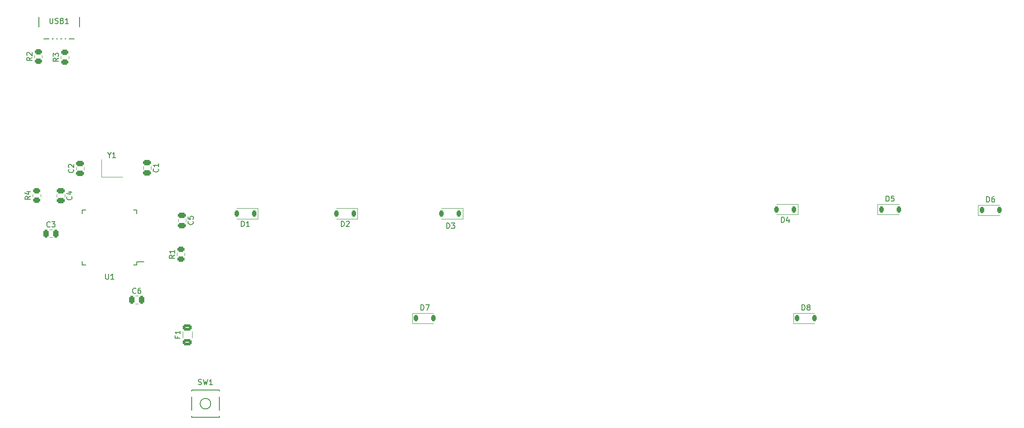
<source format=gto>
%TF.GenerationSoftware,KiCad,Pcbnew,7.0.2*%
%TF.CreationDate,2023-05-03T01:09:28+02:00*%
%TF.ProjectId,PCB GUIDANCE,50434220-4755-4494-9441-4e43452e6b69,rev?*%
%TF.SameCoordinates,Original*%
%TF.FileFunction,Legend,Top*%
%TF.FilePolarity,Positive*%
%FSLAX45Y45*%
G04 Gerber Fmt 4.5, Leading zero omitted, Abs format (unit mm)*
G04 Created by KiCad (PCBNEW 7.0.2) date 2023-05-03 01:09:28*
%MOMM*%
%LPD*%
G01*
G04 APERTURE LIST*
G04 Aperture macros list*
%AMRoundRect*
0 Rectangle with rounded corners*
0 $1 Rounding radius*
0 $2 $3 $4 $5 $6 $7 $8 $9 X,Y pos of 4 corners*
0 Add a 4 corners polygon primitive as box body*
4,1,4,$2,$3,$4,$5,$6,$7,$8,$9,$2,$3,0*
0 Add four circle primitives for the rounded corners*
1,1,$1+$1,$2,$3*
1,1,$1+$1,$4,$5*
1,1,$1+$1,$6,$7*
1,1,$1+$1,$8,$9*
0 Add four rect primitives between the rounded corners*
20,1,$1+$1,$2,$3,$4,$5,0*
20,1,$1+$1,$4,$5,$6,$7,0*
20,1,$1+$1,$6,$7,$8,$9,0*
20,1,$1+$1,$8,$9,$2,$3,0*%
G04 Aperture macros list end*
%ADD10C,0.150000*%
%ADD11C,0.120000*%
%ADD12RoundRect,0.225000X0.225000X0.375000X-0.225000X0.375000X-0.225000X-0.375000X0.225000X-0.375000X0*%
%ADD13R,1.800000X1.100000*%
%ADD14C,1.750000*%
%ADD15C,3.987800*%
%ADD16RoundRect,0.250000X0.450000X-0.262500X0.450000X0.262500X-0.450000X0.262500X-0.450000X-0.262500X0*%
%ADD17RoundRect,0.225000X-0.225000X-0.375000X0.225000X-0.375000X0.225000X0.375000X-0.225000X0.375000X0*%
%ADD18RoundRect,0.250000X0.625000X-0.375000X0.625000X0.375000X-0.625000X0.375000X-0.625000X-0.375000X0*%
%ADD19R,0.500000X2.250000*%
%ADD20O,1.700000X2.700000*%
%ADD21RoundRect,0.250000X-0.475000X0.250000X-0.475000X-0.250000X0.475000X-0.250000X0.475000X0.250000X0*%
%ADD22RoundRect,0.250000X-0.250000X-0.475000X0.250000X-0.475000X0.250000X0.475000X-0.250000X0.475000X0*%
%ADD23R,1.500000X0.550000*%
%ADD24R,0.550000X1.500000*%
%ADD25R,1.400000X1.200000*%
%ADD26RoundRect,0.250000X0.475000X-0.250000X0.475000X0.250000X-0.475000X0.250000X-0.475000X-0.250000X0*%
G04 APERTURE END LIST*
D10*
%TO.C,D1*%
X9324091Y-10599937D02*
X9324091Y-10499937D01*
X9324091Y-10499937D02*
X9347900Y-10499937D01*
X9347900Y-10499937D02*
X9362186Y-10504699D01*
X9362186Y-10504699D02*
X9371710Y-10514223D01*
X9371710Y-10514223D02*
X9376471Y-10523746D01*
X9376471Y-10523746D02*
X9381233Y-10542794D01*
X9381233Y-10542794D02*
X9381233Y-10557080D01*
X9381233Y-10557080D02*
X9376471Y-10576127D01*
X9376471Y-10576127D02*
X9371710Y-10585651D01*
X9371710Y-10585651D02*
X9362186Y-10595175D01*
X9362186Y-10595175D02*
X9347900Y-10599937D01*
X9347900Y-10599937D02*
X9324091Y-10599937D01*
X9476471Y-10599937D02*
X9419329Y-10599937D01*
X9447900Y-10599937D02*
X9447900Y-10499937D01*
X9447900Y-10499937D02*
X9438376Y-10514223D01*
X9438376Y-10514223D02*
X9428852Y-10523746D01*
X9428852Y-10523746D02*
X9419329Y-10528508D01*
%TO.C,SW1*%
X8509017Y-13592400D02*
X8523302Y-13597162D01*
X8523302Y-13597162D02*
X8547112Y-13597162D01*
X8547112Y-13597162D02*
X8556636Y-13592400D01*
X8556636Y-13592400D02*
X8561398Y-13587638D01*
X8561398Y-13587638D02*
X8566160Y-13578114D01*
X8566160Y-13578114D02*
X8566160Y-13568590D01*
X8566160Y-13568590D02*
X8561398Y-13559067D01*
X8561398Y-13559067D02*
X8556636Y-13554305D01*
X8556636Y-13554305D02*
X8547112Y-13549543D01*
X8547112Y-13549543D02*
X8528064Y-13544781D01*
X8528064Y-13544781D02*
X8518541Y-13540019D01*
X8518541Y-13540019D02*
X8513779Y-13535257D01*
X8513779Y-13535257D02*
X8509017Y-13525733D01*
X8509017Y-13525733D02*
X8509017Y-13516209D01*
X8509017Y-13516209D02*
X8513779Y-13506686D01*
X8513779Y-13506686D02*
X8518541Y-13501924D01*
X8518541Y-13501924D02*
X8528064Y-13497162D01*
X8528064Y-13497162D02*
X8551874Y-13497162D01*
X8551874Y-13497162D02*
X8566160Y-13501924D01*
X8599493Y-13497162D02*
X8623302Y-13597162D01*
X8623302Y-13597162D02*
X8642350Y-13525733D01*
X8642350Y-13525733D02*
X8661398Y-13597162D01*
X8661398Y-13597162D02*
X8685207Y-13497162D01*
X8775683Y-13597162D02*
X8718541Y-13597162D01*
X8747112Y-13597162D02*
X8747112Y-13497162D01*
X8747112Y-13497162D02*
X8737588Y-13511448D01*
X8737588Y-13511448D02*
X8728064Y-13520971D01*
X8728064Y-13520971D02*
X8718541Y-13525733D01*
%TO.C,R4*%
X5323212Y-10026617D02*
X5275593Y-10059950D01*
X5323212Y-10083759D02*
X5223212Y-10083759D01*
X5223212Y-10083759D02*
X5223212Y-10045664D01*
X5223212Y-10045664D02*
X5227974Y-10036140D01*
X5227974Y-10036140D02*
X5232736Y-10031379D01*
X5232736Y-10031379D02*
X5242260Y-10026617D01*
X5242260Y-10026617D02*
X5256545Y-10026617D01*
X5256545Y-10026617D02*
X5266069Y-10031379D01*
X5266069Y-10031379D02*
X5270831Y-10036140D01*
X5270831Y-10036140D02*
X5275593Y-10045664D01*
X5275593Y-10045664D02*
X5275593Y-10083759D01*
X5256545Y-9940902D02*
X5323212Y-9940902D01*
X5218450Y-9964712D02*
X5289879Y-9988521D01*
X5289879Y-9988521D02*
X5289879Y-9926617D01*
%TO.C,D5*%
X21541591Y-10120562D02*
X21541591Y-10020562D01*
X21541591Y-10020562D02*
X21565400Y-10020562D01*
X21565400Y-10020562D02*
X21579686Y-10025324D01*
X21579686Y-10025324D02*
X21589210Y-10034848D01*
X21589210Y-10034848D02*
X21593971Y-10044371D01*
X21593971Y-10044371D02*
X21598733Y-10063419D01*
X21598733Y-10063419D02*
X21598733Y-10077705D01*
X21598733Y-10077705D02*
X21593971Y-10096752D01*
X21593971Y-10096752D02*
X21589210Y-10106276D01*
X21589210Y-10106276D02*
X21579686Y-10115800D01*
X21579686Y-10115800D02*
X21565400Y-10120562D01*
X21565400Y-10120562D02*
X21541591Y-10120562D01*
X21689210Y-10020562D02*
X21641591Y-10020562D01*
X21641591Y-10020562D02*
X21636829Y-10068181D01*
X21636829Y-10068181D02*
X21641591Y-10063419D01*
X21641591Y-10063419D02*
X21651114Y-10058657D01*
X21651114Y-10058657D02*
X21674924Y-10058657D01*
X21674924Y-10058657D02*
X21684448Y-10063419D01*
X21684448Y-10063419D02*
X21689210Y-10068181D01*
X21689210Y-10068181D02*
X21693971Y-10077705D01*
X21693971Y-10077705D02*
X21693971Y-10101514D01*
X21693971Y-10101514D02*
X21689210Y-10111038D01*
X21689210Y-10111038D02*
X21684448Y-10115800D01*
X21684448Y-10115800D02*
X21674924Y-10120562D01*
X21674924Y-10120562D02*
X21651114Y-10120562D01*
X21651114Y-10120562D02*
X21641591Y-10115800D01*
X21641591Y-10115800D02*
X21636829Y-10111038D01*
%TO.C,F1*%
X8111331Y-12682533D02*
X8111331Y-12715867D01*
X8163712Y-12715867D02*
X8063712Y-12715867D01*
X8063712Y-12715867D02*
X8063712Y-12668248D01*
X8163712Y-12577771D02*
X8163712Y-12634914D01*
X8163712Y-12606343D02*
X8063712Y-12606343D01*
X8063712Y-12606343D02*
X8077998Y-12615867D01*
X8077998Y-12615867D02*
X8087521Y-12625390D01*
X8087521Y-12625390D02*
X8092283Y-12634914D01*
%TO.C,USB1*%
X5693590Y-6651862D02*
X5693590Y-6732814D01*
X5693590Y-6732814D02*
X5698352Y-6742338D01*
X5698352Y-6742338D02*
X5703114Y-6747100D01*
X5703114Y-6747100D02*
X5712638Y-6751862D01*
X5712638Y-6751862D02*
X5731686Y-6751862D01*
X5731686Y-6751862D02*
X5741209Y-6747100D01*
X5741209Y-6747100D02*
X5745971Y-6742338D01*
X5745971Y-6742338D02*
X5750733Y-6732814D01*
X5750733Y-6732814D02*
X5750733Y-6651862D01*
X5793590Y-6747100D02*
X5807876Y-6751862D01*
X5807876Y-6751862D02*
X5831686Y-6751862D01*
X5831686Y-6751862D02*
X5841209Y-6747100D01*
X5841209Y-6747100D02*
X5845971Y-6742338D01*
X5845971Y-6742338D02*
X5850733Y-6732814D01*
X5850733Y-6732814D02*
X5850733Y-6723290D01*
X5850733Y-6723290D02*
X5845971Y-6713767D01*
X5845971Y-6713767D02*
X5841209Y-6709005D01*
X5841209Y-6709005D02*
X5831686Y-6704243D01*
X5831686Y-6704243D02*
X5812638Y-6699481D01*
X5812638Y-6699481D02*
X5803114Y-6694719D01*
X5803114Y-6694719D02*
X5798352Y-6689957D01*
X5798352Y-6689957D02*
X5793590Y-6680433D01*
X5793590Y-6680433D02*
X5793590Y-6670909D01*
X5793590Y-6670909D02*
X5798352Y-6661386D01*
X5798352Y-6661386D02*
X5803114Y-6656624D01*
X5803114Y-6656624D02*
X5812638Y-6651862D01*
X5812638Y-6651862D02*
X5836448Y-6651862D01*
X5836448Y-6651862D02*
X5850733Y-6656624D01*
X5926924Y-6699481D02*
X5941209Y-6704243D01*
X5941209Y-6704243D02*
X5945971Y-6709005D01*
X5945971Y-6709005D02*
X5950733Y-6718528D01*
X5950733Y-6718528D02*
X5950733Y-6732814D01*
X5950733Y-6732814D02*
X5945971Y-6742338D01*
X5945971Y-6742338D02*
X5941209Y-6747100D01*
X5941209Y-6747100D02*
X5931686Y-6751862D01*
X5931686Y-6751862D02*
X5893590Y-6751862D01*
X5893590Y-6751862D02*
X5893590Y-6651862D01*
X5893590Y-6651862D02*
X5926924Y-6651862D01*
X5926924Y-6651862D02*
X5936448Y-6656624D01*
X5936448Y-6656624D02*
X5941209Y-6661386D01*
X5941209Y-6661386D02*
X5945971Y-6670909D01*
X5945971Y-6670909D02*
X5945971Y-6680433D01*
X5945971Y-6680433D02*
X5941209Y-6689957D01*
X5941209Y-6689957D02*
X5936448Y-6694719D01*
X5936448Y-6694719D02*
X5926924Y-6699481D01*
X5926924Y-6699481D02*
X5893590Y-6699481D01*
X6045971Y-6751862D02*
X5988829Y-6751862D01*
X6017400Y-6751862D02*
X6017400Y-6651862D01*
X6017400Y-6651862D02*
X6007876Y-6666148D01*
X6007876Y-6666148D02*
X5998352Y-6675671D01*
X5998352Y-6675671D02*
X5988829Y-6680433D01*
%TO.C,C5*%
X8402588Y-10500267D02*
X8407350Y-10505029D01*
X8407350Y-10505029D02*
X8412112Y-10519314D01*
X8412112Y-10519314D02*
X8412112Y-10528838D01*
X8412112Y-10528838D02*
X8407350Y-10543124D01*
X8407350Y-10543124D02*
X8397826Y-10552648D01*
X8397826Y-10552648D02*
X8388302Y-10557409D01*
X8388302Y-10557409D02*
X8369255Y-10562171D01*
X8369255Y-10562171D02*
X8354969Y-10562171D01*
X8354969Y-10562171D02*
X8335921Y-10557409D01*
X8335921Y-10557409D02*
X8326398Y-10552648D01*
X8326398Y-10552648D02*
X8316874Y-10543124D01*
X8316874Y-10543124D02*
X8312112Y-10528838D01*
X8312112Y-10528838D02*
X8312112Y-10519314D01*
X8312112Y-10519314D02*
X8316874Y-10505029D01*
X8316874Y-10505029D02*
X8321636Y-10500267D01*
X8312112Y-10409790D02*
X8312112Y-10457409D01*
X8312112Y-10457409D02*
X8359731Y-10462171D01*
X8359731Y-10462171D02*
X8354969Y-10457409D01*
X8354969Y-10457409D02*
X8350207Y-10447886D01*
X8350207Y-10447886D02*
X8350207Y-10424076D01*
X8350207Y-10424076D02*
X8354969Y-10414552D01*
X8354969Y-10414552D02*
X8359731Y-10409790D01*
X8359731Y-10409790D02*
X8369255Y-10405029D01*
X8369255Y-10405029D02*
X8393064Y-10405029D01*
X8393064Y-10405029D02*
X8402588Y-10409790D01*
X8402588Y-10409790D02*
X8407350Y-10414552D01*
X8407350Y-10414552D02*
X8412112Y-10424076D01*
X8412112Y-10424076D02*
X8412112Y-10447886D01*
X8412112Y-10447886D02*
X8407350Y-10457409D01*
X8407350Y-10457409D02*
X8402588Y-10462171D01*
%TO.C,R2*%
X5354962Y-7395367D02*
X5307343Y-7428700D01*
X5354962Y-7452509D02*
X5254962Y-7452509D01*
X5254962Y-7452509D02*
X5254962Y-7414414D01*
X5254962Y-7414414D02*
X5259724Y-7404890D01*
X5259724Y-7404890D02*
X5264486Y-7400128D01*
X5264486Y-7400128D02*
X5274010Y-7395367D01*
X5274010Y-7395367D02*
X5288295Y-7395367D01*
X5288295Y-7395367D02*
X5297819Y-7400128D01*
X5297819Y-7400128D02*
X5302581Y-7404890D01*
X5302581Y-7404890D02*
X5307343Y-7414414D01*
X5307343Y-7414414D02*
X5307343Y-7452509D01*
X5264486Y-7357271D02*
X5259724Y-7352509D01*
X5259724Y-7352509D02*
X5254962Y-7342986D01*
X5254962Y-7342986D02*
X5254962Y-7319176D01*
X5254962Y-7319176D02*
X5259724Y-7309652D01*
X5259724Y-7309652D02*
X5264486Y-7304890D01*
X5264486Y-7304890D02*
X5274010Y-7300128D01*
X5274010Y-7300128D02*
X5283533Y-7300128D01*
X5283533Y-7300128D02*
X5297819Y-7304890D01*
X5297819Y-7304890D02*
X5354962Y-7362033D01*
X5354962Y-7362033D02*
X5354962Y-7300128D01*
%TO.C,C3*%
X5698583Y-10600238D02*
X5693821Y-10605000D01*
X5693821Y-10605000D02*
X5679536Y-10609762D01*
X5679536Y-10609762D02*
X5670012Y-10609762D01*
X5670012Y-10609762D02*
X5655726Y-10605000D01*
X5655726Y-10605000D02*
X5646202Y-10595476D01*
X5646202Y-10595476D02*
X5641440Y-10585952D01*
X5641440Y-10585952D02*
X5636679Y-10566905D01*
X5636679Y-10566905D02*
X5636679Y-10552619D01*
X5636679Y-10552619D02*
X5641440Y-10533571D01*
X5641440Y-10533571D02*
X5646202Y-10524048D01*
X5646202Y-10524048D02*
X5655726Y-10514524D01*
X5655726Y-10514524D02*
X5670012Y-10509762D01*
X5670012Y-10509762D02*
X5679536Y-10509762D01*
X5679536Y-10509762D02*
X5693821Y-10514524D01*
X5693821Y-10514524D02*
X5698583Y-10519286D01*
X5731917Y-10509762D02*
X5793821Y-10509762D01*
X5793821Y-10509762D02*
X5760488Y-10547857D01*
X5760488Y-10547857D02*
X5774774Y-10547857D01*
X5774774Y-10547857D02*
X5784298Y-10552619D01*
X5784298Y-10552619D02*
X5789059Y-10557381D01*
X5789059Y-10557381D02*
X5793821Y-10566905D01*
X5793821Y-10566905D02*
X5793821Y-10590714D01*
X5793821Y-10590714D02*
X5789059Y-10600238D01*
X5789059Y-10600238D02*
X5784298Y-10605000D01*
X5784298Y-10605000D02*
X5774774Y-10609762D01*
X5774774Y-10609762D02*
X5746202Y-10609762D01*
X5746202Y-10609762D02*
X5736679Y-10605000D01*
X5736679Y-10605000D02*
X5731917Y-10600238D01*
%TO.C,D4*%
X19557216Y-10520562D02*
X19557216Y-10420562D01*
X19557216Y-10420562D02*
X19581025Y-10420562D01*
X19581025Y-10420562D02*
X19595311Y-10425324D01*
X19595311Y-10425324D02*
X19604835Y-10434848D01*
X19604835Y-10434848D02*
X19609596Y-10444371D01*
X19609596Y-10444371D02*
X19614358Y-10463419D01*
X19614358Y-10463419D02*
X19614358Y-10477705D01*
X19614358Y-10477705D02*
X19609596Y-10496752D01*
X19609596Y-10496752D02*
X19604835Y-10506276D01*
X19604835Y-10506276D02*
X19595311Y-10515800D01*
X19595311Y-10515800D02*
X19581025Y-10520562D01*
X19581025Y-10520562D02*
X19557216Y-10520562D01*
X19700073Y-10453895D02*
X19700073Y-10520562D01*
X19676263Y-10415800D02*
X19652454Y-10487229D01*
X19652454Y-10487229D02*
X19714358Y-10487229D01*
%TO.C,U1*%
X6750059Y-11498962D02*
X6750059Y-11579914D01*
X6750059Y-11579914D02*
X6754821Y-11589438D01*
X6754821Y-11589438D02*
X6759583Y-11594200D01*
X6759583Y-11594200D02*
X6769107Y-11598962D01*
X6769107Y-11598962D02*
X6788155Y-11598962D01*
X6788155Y-11598962D02*
X6797678Y-11594200D01*
X6797678Y-11594200D02*
X6802440Y-11589438D01*
X6802440Y-11589438D02*
X6807202Y-11579914D01*
X6807202Y-11579914D02*
X6807202Y-11498962D01*
X6907202Y-11598962D02*
X6850059Y-11598962D01*
X6878631Y-11598962D02*
X6878631Y-11498962D01*
X6878631Y-11498962D02*
X6869107Y-11513248D01*
X6869107Y-11513248D02*
X6859583Y-11522771D01*
X6859583Y-11522771D02*
X6850059Y-11527533D01*
%TO.C,Y1*%
X6821031Y-9244443D02*
X6821031Y-9292062D01*
X6787698Y-9192062D02*
X6821031Y-9244443D01*
X6821031Y-9244443D02*
X6854364Y-9192062D01*
X6940078Y-9292062D02*
X6882936Y-9292062D01*
X6911507Y-9292062D02*
X6911507Y-9192062D01*
X6911507Y-9192062D02*
X6901983Y-9206348D01*
X6901983Y-9206348D02*
X6892459Y-9215871D01*
X6892459Y-9215871D02*
X6882936Y-9220633D01*
%TO.C,D2*%
X11216590Y-10599937D02*
X11216590Y-10499937D01*
X11216590Y-10499937D02*
X11240400Y-10499937D01*
X11240400Y-10499937D02*
X11254686Y-10504699D01*
X11254686Y-10504699D02*
X11264209Y-10514223D01*
X11264209Y-10514223D02*
X11268971Y-10523746D01*
X11268971Y-10523746D02*
X11273733Y-10542794D01*
X11273733Y-10542794D02*
X11273733Y-10557080D01*
X11273733Y-10557080D02*
X11268971Y-10576127D01*
X11268971Y-10576127D02*
X11264209Y-10585651D01*
X11264209Y-10585651D02*
X11254686Y-10595175D01*
X11254686Y-10595175D02*
X11240400Y-10599937D01*
X11240400Y-10599937D02*
X11216590Y-10599937D01*
X11311829Y-10509461D02*
X11316590Y-10504699D01*
X11316590Y-10504699D02*
X11326114Y-10499937D01*
X11326114Y-10499937D02*
X11349924Y-10499937D01*
X11349924Y-10499937D02*
X11359448Y-10504699D01*
X11359448Y-10504699D02*
X11364209Y-10509461D01*
X11364209Y-10509461D02*
X11368971Y-10518985D01*
X11368971Y-10518985D02*
X11368971Y-10528508D01*
X11368971Y-10528508D02*
X11364209Y-10542794D01*
X11364209Y-10542794D02*
X11307067Y-10599937D01*
X11307067Y-10599937D02*
X11368971Y-10599937D01*
%TO.C,R3*%
X5856737Y-7409742D02*
X5809118Y-7443075D01*
X5856737Y-7466884D02*
X5756737Y-7466884D01*
X5756737Y-7466884D02*
X5756737Y-7428789D01*
X5756737Y-7428789D02*
X5761499Y-7419265D01*
X5761499Y-7419265D02*
X5766261Y-7414503D01*
X5766261Y-7414503D02*
X5775784Y-7409742D01*
X5775784Y-7409742D02*
X5790070Y-7409742D01*
X5790070Y-7409742D02*
X5799594Y-7414503D01*
X5799594Y-7414503D02*
X5804356Y-7419265D01*
X5804356Y-7419265D02*
X5809118Y-7428789D01*
X5809118Y-7428789D02*
X5809118Y-7466884D01*
X5756737Y-7376408D02*
X5756737Y-7314503D01*
X5756737Y-7314503D02*
X5794832Y-7347837D01*
X5794832Y-7347837D02*
X5794832Y-7333551D01*
X5794832Y-7333551D02*
X5799594Y-7324027D01*
X5799594Y-7324027D02*
X5804356Y-7319265D01*
X5804356Y-7319265D02*
X5813880Y-7314503D01*
X5813880Y-7314503D02*
X5837689Y-7314503D01*
X5837689Y-7314503D02*
X5847213Y-7319265D01*
X5847213Y-7319265D02*
X5851975Y-7324027D01*
X5851975Y-7324027D02*
X5856737Y-7333551D01*
X5856737Y-7333551D02*
X5856737Y-7362122D01*
X5856737Y-7362122D02*
X5851975Y-7371646D01*
X5851975Y-7371646D02*
X5847213Y-7376408D01*
%TO.C,C6*%
X7324183Y-11857538D02*
X7319421Y-11862300D01*
X7319421Y-11862300D02*
X7305136Y-11867062D01*
X7305136Y-11867062D02*
X7295612Y-11867062D01*
X7295612Y-11867062D02*
X7281326Y-11862300D01*
X7281326Y-11862300D02*
X7271802Y-11852776D01*
X7271802Y-11852776D02*
X7267040Y-11843252D01*
X7267040Y-11843252D02*
X7262279Y-11824205D01*
X7262279Y-11824205D02*
X7262279Y-11809919D01*
X7262279Y-11809919D02*
X7267040Y-11790871D01*
X7267040Y-11790871D02*
X7271802Y-11781348D01*
X7271802Y-11781348D02*
X7281326Y-11771824D01*
X7281326Y-11771824D02*
X7295612Y-11767062D01*
X7295612Y-11767062D02*
X7305136Y-11767062D01*
X7305136Y-11767062D02*
X7319421Y-11771824D01*
X7319421Y-11771824D02*
X7324183Y-11776586D01*
X7409898Y-11767062D02*
X7390850Y-11767062D01*
X7390850Y-11767062D02*
X7381326Y-11771824D01*
X7381326Y-11771824D02*
X7376564Y-11776586D01*
X7376564Y-11776586D02*
X7367040Y-11790871D01*
X7367040Y-11790871D02*
X7362279Y-11809919D01*
X7362279Y-11809919D02*
X7362279Y-11848014D01*
X7362279Y-11848014D02*
X7367040Y-11857538D01*
X7367040Y-11857538D02*
X7371802Y-11862300D01*
X7371802Y-11862300D02*
X7381326Y-11867062D01*
X7381326Y-11867062D02*
X7400374Y-11867062D01*
X7400374Y-11867062D02*
X7409898Y-11862300D01*
X7409898Y-11862300D02*
X7414659Y-11857538D01*
X7414659Y-11857538D02*
X7419421Y-11848014D01*
X7419421Y-11848014D02*
X7419421Y-11824205D01*
X7419421Y-11824205D02*
X7414659Y-11814681D01*
X7414659Y-11814681D02*
X7409898Y-11809919D01*
X7409898Y-11809919D02*
X7400374Y-11805157D01*
X7400374Y-11805157D02*
X7381326Y-11805157D01*
X7381326Y-11805157D02*
X7371802Y-11809919D01*
X7371802Y-11809919D02*
X7367040Y-11814681D01*
X7367040Y-11814681D02*
X7362279Y-11824205D01*
%TO.C,D7*%
X12724715Y-12184312D02*
X12724715Y-12084312D01*
X12724715Y-12084312D02*
X12748525Y-12084312D01*
X12748525Y-12084312D02*
X12762811Y-12089074D01*
X12762811Y-12089074D02*
X12772334Y-12098598D01*
X12772334Y-12098598D02*
X12777096Y-12108121D01*
X12777096Y-12108121D02*
X12781858Y-12127169D01*
X12781858Y-12127169D02*
X12781858Y-12141455D01*
X12781858Y-12141455D02*
X12777096Y-12160502D01*
X12777096Y-12160502D02*
X12772334Y-12170026D01*
X12772334Y-12170026D02*
X12762811Y-12179550D01*
X12762811Y-12179550D02*
X12748525Y-12184312D01*
X12748525Y-12184312D02*
X12724715Y-12184312D01*
X12815192Y-12084312D02*
X12881858Y-12084312D01*
X12881858Y-12084312D02*
X12839001Y-12184312D01*
%TO.C,D3*%
X13213565Y-10634887D02*
X13213565Y-10534887D01*
X13213565Y-10534887D02*
X13237375Y-10534887D01*
X13237375Y-10534887D02*
X13251661Y-10539649D01*
X13251661Y-10539649D02*
X13261184Y-10549173D01*
X13261184Y-10549173D02*
X13265946Y-10558696D01*
X13265946Y-10558696D02*
X13270708Y-10577744D01*
X13270708Y-10577744D02*
X13270708Y-10592030D01*
X13270708Y-10592030D02*
X13265946Y-10611077D01*
X13265946Y-10611077D02*
X13261184Y-10620601D01*
X13261184Y-10620601D02*
X13251661Y-10630125D01*
X13251661Y-10630125D02*
X13237375Y-10634887D01*
X13237375Y-10634887D02*
X13213565Y-10634887D01*
X13304042Y-10534887D02*
X13365946Y-10534887D01*
X13365946Y-10534887D02*
X13332613Y-10572982D01*
X13332613Y-10572982D02*
X13346899Y-10572982D01*
X13346899Y-10572982D02*
X13356423Y-10577744D01*
X13356423Y-10577744D02*
X13361184Y-10582506D01*
X13361184Y-10582506D02*
X13365946Y-10592030D01*
X13365946Y-10592030D02*
X13365946Y-10615839D01*
X13365946Y-10615839D02*
X13361184Y-10625363D01*
X13361184Y-10625363D02*
X13356423Y-10630125D01*
X13356423Y-10630125D02*
X13346899Y-10634887D01*
X13346899Y-10634887D02*
X13318327Y-10634887D01*
X13318327Y-10634887D02*
X13308804Y-10630125D01*
X13308804Y-10630125D02*
X13304042Y-10625363D01*
%TO.C,D8*%
X19947841Y-12184312D02*
X19947841Y-12084312D01*
X19947841Y-12084312D02*
X19971650Y-12084312D01*
X19971650Y-12084312D02*
X19985936Y-12089074D01*
X19985936Y-12089074D02*
X19995460Y-12098598D01*
X19995460Y-12098598D02*
X20000221Y-12108121D01*
X20000221Y-12108121D02*
X20004983Y-12127169D01*
X20004983Y-12127169D02*
X20004983Y-12141455D01*
X20004983Y-12141455D02*
X20000221Y-12160502D01*
X20000221Y-12160502D02*
X19995460Y-12170026D01*
X19995460Y-12170026D02*
X19985936Y-12179550D01*
X19985936Y-12179550D02*
X19971650Y-12184312D01*
X19971650Y-12184312D02*
X19947841Y-12184312D01*
X20062126Y-12127169D02*
X20052602Y-12122407D01*
X20052602Y-12122407D02*
X20047841Y-12117645D01*
X20047841Y-12117645D02*
X20043079Y-12108121D01*
X20043079Y-12108121D02*
X20043079Y-12103359D01*
X20043079Y-12103359D02*
X20047841Y-12093836D01*
X20047841Y-12093836D02*
X20052602Y-12089074D01*
X20052602Y-12089074D02*
X20062126Y-12084312D01*
X20062126Y-12084312D02*
X20081174Y-12084312D01*
X20081174Y-12084312D02*
X20090698Y-12089074D01*
X20090698Y-12089074D02*
X20095460Y-12093836D01*
X20095460Y-12093836D02*
X20100221Y-12103359D01*
X20100221Y-12103359D02*
X20100221Y-12108121D01*
X20100221Y-12108121D02*
X20095460Y-12117645D01*
X20095460Y-12117645D02*
X20090698Y-12122407D01*
X20090698Y-12122407D02*
X20081174Y-12127169D01*
X20081174Y-12127169D02*
X20062126Y-12127169D01*
X20062126Y-12127169D02*
X20052602Y-12131931D01*
X20052602Y-12131931D02*
X20047841Y-12136693D01*
X20047841Y-12136693D02*
X20043079Y-12146217D01*
X20043079Y-12146217D02*
X20043079Y-12165264D01*
X20043079Y-12165264D02*
X20047841Y-12174788D01*
X20047841Y-12174788D02*
X20052602Y-12179550D01*
X20052602Y-12179550D02*
X20062126Y-12184312D01*
X20062126Y-12184312D02*
X20081174Y-12184312D01*
X20081174Y-12184312D02*
X20090698Y-12179550D01*
X20090698Y-12179550D02*
X20095460Y-12174788D01*
X20095460Y-12174788D02*
X20100221Y-12165264D01*
X20100221Y-12165264D02*
X20100221Y-12146217D01*
X20100221Y-12146217D02*
X20095460Y-12136693D01*
X20095460Y-12136693D02*
X20090698Y-12131931D01*
X20090698Y-12131931D02*
X20081174Y-12127169D01*
%TO.C,C2*%
X6136188Y-9516267D02*
X6140950Y-9521029D01*
X6140950Y-9521029D02*
X6145712Y-9535314D01*
X6145712Y-9535314D02*
X6145712Y-9544838D01*
X6145712Y-9544838D02*
X6140950Y-9559124D01*
X6140950Y-9559124D02*
X6131426Y-9568648D01*
X6131426Y-9568648D02*
X6121902Y-9573409D01*
X6121902Y-9573409D02*
X6102855Y-9578171D01*
X6102855Y-9578171D02*
X6088569Y-9578171D01*
X6088569Y-9578171D02*
X6069521Y-9573409D01*
X6069521Y-9573409D02*
X6059998Y-9568648D01*
X6059998Y-9568648D02*
X6050474Y-9559124D01*
X6050474Y-9559124D02*
X6045712Y-9544838D01*
X6045712Y-9544838D02*
X6045712Y-9535314D01*
X6045712Y-9535314D02*
X6050474Y-9521029D01*
X6050474Y-9521029D02*
X6055236Y-9516267D01*
X6055236Y-9478171D02*
X6050474Y-9473409D01*
X6050474Y-9473409D02*
X6045712Y-9463886D01*
X6045712Y-9463886D02*
X6045712Y-9440076D01*
X6045712Y-9440076D02*
X6050474Y-9430552D01*
X6050474Y-9430552D02*
X6055236Y-9425790D01*
X6055236Y-9425790D02*
X6064759Y-9421029D01*
X6064759Y-9421029D02*
X6074283Y-9421029D01*
X6074283Y-9421029D02*
X6088569Y-9425790D01*
X6088569Y-9425790D02*
X6145712Y-9482933D01*
X6145712Y-9482933D02*
X6145712Y-9421029D01*
%TO.C,C1*%
X7742188Y-9503567D02*
X7746950Y-9508329D01*
X7746950Y-9508329D02*
X7751712Y-9522614D01*
X7751712Y-9522614D02*
X7751712Y-9532138D01*
X7751712Y-9532138D02*
X7746950Y-9546424D01*
X7746950Y-9546424D02*
X7737426Y-9555948D01*
X7737426Y-9555948D02*
X7727902Y-9560709D01*
X7727902Y-9560709D02*
X7708855Y-9565471D01*
X7708855Y-9565471D02*
X7694569Y-9565471D01*
X7694569Y-9565471D02*
X7675521Y-9560709D01*
X7675521Y-9560709D02*
X7665998Y-9555948D01*
X7665998Y-9555948D02*
X7656474Y-9546424D01*
X7656474Y-9546424D02*
X7651712Y-9532138D01*
X7651712Y-9532138D02*
X7651712Y-9522614D01*
X7651712Y-9522614D02*
X7656474Y-9508329D01*
X7656474Y-9508329D02*
X7661236Y-9503567D01*
X7751712Y-9408329D02*
X7751712Y-9465471D01*
X7751712Y-9436900D02*
X7651712Y-9436900D01*
X7651712Y-9436900D02*
X7665998Y-9446424D01*
X7665998Y-9446424D02*
X7675521Y-9455948D01*
X7675521Y-9455948D02*
X7680283Y-9465471D01*
%TO.C,R1*%
X8056887Y-11141867D02*
X8009268Y-11175200D01*
X8056887Y-11199009D02*
X7956887Y-11199009D01*
X7956887Y-11199009D02*
X7956887Y-11160914D01*
X7956887Y-11160914D02*
X7961649Y-11151390D01*
X7961649Y-11151390D02*
X7966411Y-11146629D01*
X7966411Y-11146629D02*
X7975934Y-11141867D01*
X7975934Y-11141867D02*
X7990220Y-11141867D01*
X7990220Y-11141867D02*
X7999744Y-11146629D01*
X7999744Y-11146629D02*
X8004506Y-11151390D01*
X8004506Y-11151390D02*
X8009268Y-11160914D01*
X8009268Y-11160914D02*
X8009268Y-11199009D01*
X8056887Y-11046629D02*
X8056887Y-11103771D01*
X8056887Y-11075200D02*
X7956887Y-11075200D01*
X7956887Y-11075200D02*
X7971173Y-11084724D01*
X7971173Y-11084724D02*
X7980696Y-11094248D01*
X7980696Y-11094248D02*
X7985458Y-11103771D01*
%TO.C,D6*%
X23446590Y-10135387D02*
X23446590Y-10035387D01*
X23446590Y-10035387D02*
X23470400Y-10035387D01*
X23470400Y-10035387D02*
X23484686Y-10040149D01*
X23484686Y-10040149D02*
X23494209Y-10049673D01*
X23494209Y-10049673D02*
X23498971Y-10059196D01*
X23498971Y-10059196D02*
X23503733Y-10078244D01*
X23503733Y-10078244D02*
X23503733Y-10092530D01*
X23503733Y-10092530D02*
X23498971Y-10111577D01*
X23498971Y-10111577D02*
X23494209Y-10121101D01*
X23494209Y-10121101D02*
X23484686Y-10130625D01*
X23484686Y-10130625D02*
X23470400Y-10135387D01*
X23470400Y-10135387D02*
X23446590Y-10135387D01*
X23589448Y-10035387D02*
X23570400Y-10035387D01*
X23570400Y-10035387D02*
X23560876Y-10040149D01*
X23560876Y-10040149D02*
X23556114Y-10044911D01*
X23556114Y-10044911D02*
X23546590Y-10059196D01*
X23546590Y-10059196D02*
X23541829Y-10078244D01*
X23541829Y-10078244D02*
X23541829Y-10116339D01*
X23541829Y-10116339D02*
X23546590Y-10125863D01*
X23546590Y-10125863D02*
X23551352Y-10130625D01*
X23551352Y-10130625D02*
X23560876Y-10135387D01*
X23560876Y-10135387D02*
X23579924Y-10135387D01*
X23579924Y-10135387D02*
X23589448Y-10130625D01*
X23589448Y-10130625D02*
X23594209Y-10125863D01*
X23594209Y-10125863D02*
X23598971Y-10116339D01*
X23598971Y-10116339D02*
X23598971Y-10092530D01*
X23598971Y-10092530D02*
X23594209Y-10083006D01*
X23594209Y-10083006D02*
X23589448Y-10078244D01*
X23589448Y-10078244D02*
X23579924Y-10073482D01*
X23579924Y-10073482D02*
X23560876Y-10073482D01*
X23560876Y-10073482D02*
X23551352Y-10078244D01*
X23551352Y-10078244D02*
X23546590Y-10083006D01*
X23546590Y-10083006D02*
X23541829Y-10092530D01*
%TO.C,C4*%
X6103888Y-10030867D02*
X6108650Y-10035629D01*
X6108650Y-10035629D02*
X6113412Y-10049914D01*
X6113412Y-10049914D02*
X6113412Y-10059438D01*
X6113412Y-10059438D02*
X6108650Y-10073724D01*
X6108650Y-10073724D02*
X6099126Y-10083248D01*
X6099126Y-10083248D02*
X6089602Y-10088009D01*
X6089602Y-10088009D02*
X6070555Y-10092771D01*
X6070555Y-10092771D02*
X6056269Y-10092771D01*
X6056269Y-10092771D02*
X6037221Y-10088009D01*
X6037221Y-10088009D02*
X6027698Y-10083248D01*
X6027698Y-10083248D02*
X6018174Y-10073724D01*
X6018174Y-10073724D02*
X6013412Y-10059438D01*
X6013412Y-10059438D02*
X6013412Y-10049914D01*
X6013412Y-10049914D02*
X6018174Y-10035629D01*
X6018174Y-10035629D02*
X6022936Y-10030867D01*
X6046745Y-9945152D02*
X6113412Y-9945152D01*
X6008650Y-9968962D02*
X6080078Y-9992771D01*
X6080078Y-9992771D02*
X6080078Y-9930867D01*
D11*
%TO.C,D1*%
X9633900Y-10453675D02*
X9633900Y-10253675D01*
X9633900Y-10453675D02*
X9232900Y-10453675D01*
X9633900Y-10253675D02*
X9232900Y-10253675D01*
D10*
%TO.C,SW1*%
X8902350Y-14217300D02*
X8382350Y-14217300D01*
X8902350Y-13697300D02*
X8902350Y-14217300D01*
X8382350Y-14217300D02*
X8382350Y-13697300D01*
X8382350Y-13697300D02*
X8902350Y-13697300D01*
X8742350Y-13957300D02*
G75*
G03*
X8742350Y-13957300I-100000J0D01*
G01*
D11*
%TO.C,R4*%
X5368450Y-10032656D02*
X5368450Y-9987244D01*
X5515450Y-10032656D02*
X5515450Y-9987244D01*
%TO.C,D5*%
X21379400Y-10174300D02*
X21379400Y-10374300D01*
X21379400Y-10174300D02*
X21780400Y-10174300D01*
X21379400Y-10374300D02*
X21780400Y-10374300D01*
%TO.C,F1*%
X8208450Y-12709406D02*
X8208450Y-12588994D01*
X8390450Y-12709406D02*
X8390450Y-12588994D01*
D10*
%TO.C,USB1*%
X6252400Y-6502400D02*
X6252400Y-7047400D01*
X5482400Y-6502400D02*
X5482400Y-7047400D01*
X6252400Y-7047400D02*
X5482400Y-7047400D01*
D11*
%TO.C,C5*%
X8271350Y-10457475D02*
X8271350Y-10509725D01*
X8124350Y-10457475D02*
X8124350Y-10509725D01*
%TO.C,R2*%
X5400200Y-7401406D02*
X5400200Y-7355994D01*
X5547200Y-7401406D02*
X5547200Y-7355994D01*
%TO.C,C3*%
X5689125Y-10658000D02*
X5741375Y-10658000D01*
X5689125Y-10805000D02*
X5741375Y-10805000D01*
%TO.C,D4*%
X19867025Y-10374300D02*
X19867025Y-10174300D01*
X19867025Y-10374300D02*
X19466025Y-10374300D01*
X19867025Y-10174300D02*
X19466025Y-10174300D01*
D10*
%TO.C,U1*%
X7343750Y-11325200D02*
X7343750Y-11267700D01*
X7343750Y-11325200D02*
X7276250Y-11325200D01*
X7343750Y-11267700D02*
X7471250Y-11267700D01*
X7343750Y-10290200D02*
X7343750Y-10357700D01*
X7343750Y-10290200D02*
X7276250Y-10290200D01*
X6308750Y-11325200D02*
X6376250Y-11325200D01*
X6308750Y-11325200D02*
X6308750Y-11257700D01*
X6308750Y-10290200D02*
X6376250Y-10290200D01*
X6308750Y-10290200D02*
X6308750Y-10357700D01*
D11*
%TO.C,Y1*%
X6668650Y-9325800D02*
X6668650Y-9655800D01*
X6668650Y-9655800D02*
X7068650Y-9655800D01*
%TO.C,D2*%
X11526400Y-10453675D02*
X11526400Y-10253675D01*
X11526400Y-10453675D02*
X11125400Y-10453675D01*
X11526400Y-10253675D02*
X11125400Y-10253675D01*
%TO.C,R3*%
X5901975Y-7415781D02*
X5901975Y-7370369D01*
X6048975Y-7415781D02*
X6048975Y-7370369D01*
%TO.C,C6*%
X7314725Y-11915300D02*
X7366975Y-11915300D01*
X7314725Y-12062300D02*
X7366975Y-12062300D01*
%TO.C,D7*%
X12562525Y-12238050D02*
X12562525Y-12438050D01*
X12562525Y-12238050D02*
X12963525Y-12238050D01*
X12562525Y-12438050D02*
X12963525Y-12438050D01*
%TO.C,D3*%
X13517025Y-10453675D02*
X13517025Y-10253675D01*
X13517025Y-10453675D02*
X13116025Y-10453675D01*
X13517025Y-10253675D02*
X13116025Y-10253675D01*
%TO.C,D8*%
X19785650Y-12238050D02*
X19785650Y-12438050D01*
X19785650Y-12238050D02*
X20186650Y-12238050D01*
X19785650Y-12438050D02*
X20186650Y-12438050D01*
%TO.C,C2*%
X6193950Y-9525725D02*
X6193950Y-9473475D01*
X6340950Y-9525725D02*
X6340950Y-9473475D01*
%TO.C,C1*%
X7610950Y-9460775D02*
X7610950Y-9513025D01*
X7463950Y-9460775D02*
X7463950Y-9513025D01*
%TO.C,R1*%
X8102125Y-11147906D02*
X8102125Y-11102494D01*
X8249125Y-11147906D02*
X8249125Y-11102494D01*
%TO.C,D6*%
X23284400Y-10189125D02*
X23284400Y-10389125D01*
X23284400Y-10189125D02*
X23685400Y-10189125D01*
X23284400Y-10389125D02*
X23685400Y-10389125D01*
%TO.C,C4*%
X5972650Y-9988075D02*
X5972650Y-10040325D01*
X5825650Y-9988075D02*
X5825650Y-10040325D01*
%TD*%
%LPC*%
D12*
%TO.C,D1*%
X9562900Y-10353675D03*
X9232900Y-10353675D03*
%TD*%
D13*
%TO.C,SW1*%
X8332350Y-13772300D03*
X8952350Y-14142300D03*
X8332350Y-14142300D03*
X8952350Y-13772300D03*
%TD*%
D14*
%TO.C,MX4*%
X19145250Y-8893175D03*
D15*
X19653250Y-8893175D03*
D14*
X20161250Y-8893175D03*
%TD*%
D16*
%TO.C,R4*%
X5441950Y-10101200D03*
X5441950Y-9918700D03*
%TD*%
D17*
%TO.C,D5*%
X21450400Y-10274300D03*
X21780400Y-10274300D03*
%TD*%
D18*
%TO.C,F1*%
X8299450Y-12789200D03*
X8299450Y-12509200D03*
%TD*%
D14*
%TO.C,MX2*%
X10868025Y-8918675D03*
D15*
X11376025Y-8918675D03*
D14*
X11884025Y-8918675D03*
%TD*%
D19*
%TO.C,USB1*%
X5707400Y-6952400D03*
X5787400Y-6952400D03*
X5867400Y-6952400D03*
X5947400Y-6952400D03*
X6027400Y-6952400D03*
D20*
X6232400Y-6502400D03*
X5502400Y-6502400D03*
X6232400Y-6952400D03*
X5502400Y-6952400D03*
%TD*%
D14*
%TO.C,MX3*%
X12788900Y-8921750D03*
D15*
X13296900Y-8921750D03*
D14*
X13804900Y-8921750D03*
%TD*%
%TO.C,MX5*%
X21075650Y-8893175D03*
D15*
X21583650Y-8893175D03*
D14*
X22091650Y-8893175D03*
%TD*%
D21*
%TO.C,C5*%
X8197850Y-10388600D03*
X8197850Y-10578600D03*
%TD*%
D16*
%TO.C,R2*%
X5473700Y-7469950D03*
X5473700Y-7287450D03*
%TD*%
D22*
%TO.C,C3*%
X5620250Y-10731500D03*
X5810250Y-10731500D03*
%TD*%
D12*
%TO.C,D4*%
X19796025Y-10274300D03*
X19466025Y-10274300D03*
%TD*%
D23*
%TO.C,U1*%
X7396250Y-11207700D03*
X7396250Y-11127700D03*
X7396250Y-11047700D03*
X7396250Y-10967700D03*
X7396250Y-10887700D03*
X7396250Y-10807700D03*
X7396250Y-10727700D03*
X7396250Y-10647700D03*
X7396250Y-10567700D03*
X7396250Y-10487700D03*
X7396250Y-10407700D03*
D24*
X7226250Y-10237700D03*
X7146250Y-10237700D03*
X7066250Y-10237700D03*
X6986250Y-10237700D03*
X6906250Y-10237700D03*
X6826250Y-10237700D03*
X6746250Y-10237700D03*
X6666250Y-10237700D03*
X6586250Y-10237700D03*
X6506250Y-10237700D03*
X6426250Y-10237700D03*
D23*
X6256250Y-10407700D03*
X6256250Y-10487700D03*
X6256250Y-10567700D03*
X6256250Y-10647700D03*
X6256250Y-10727700D03*
X6256250Y-10807700D03*
X6256250Y-10887700D03*
X6256250Y-10967700D03*
X6256250Y-11047700D03*
X6256250Y-11127700D03*
X6256250Y-11207700D03*
D24*
X6426250Y-11377700D03*
X6506250Y-11377700D03*
X6586250Y-11377700D03*
X6666250Y-11377700D03*
X6746250Y-11377700D03*
X6826250Y-11377700D03*
X6906250Y-11377700D03*
X6986250Y-11377700D03*
X7066250Y-11377700D03*
X7146250Y-11377700D03*
X7226250Y-11377700D03*
%TD*%
D25*
%TO.C,Y1*%
X6758650Y-9575800D03*
X6978650Y-9575800D03*
X6978650Y-9405800D03*
X6758650Y-9405800D03*
%TD*%
D14*
%TO.C,MX7*%
X13836650Y-12893675D03*
D15*
X14344650Y-12893675D03*
D14*
X14852650Y-12893675D03*
%TD*%
D12*
%TO.C,D2*%
X11455400Y-10353675D03*
X11125400Y-10353675D03*
%TD*%
D16*
%TO.C,R3*%
X5975475Y-7484325D03*
X5975475Y-7301825D03*
%TD*%
D22*
%TO.C,C6*%
X7245850Y-11988800D03*
X7435850Y-11988800D03*
%TD*%
D17*
%TO.C,D7*%
X12633525Y-12338050D03*
X12963525Y-12338050D03*
%TD*%
D12*
%TO.C,D3*%
X13446025Y-10353675D03*
X13116025Y-10353675D03*
%TD*%
D17*
%TO.C,D8*%
X19856650Y-12338050D03*
X20186650Y-12338050D03*
%TD*%
D26*
%TO.C,C2*%
X6267450Y-9594600D03*
X6267450Y-9404600D03*
%TD*%
D21*
%TO.C,C1*%
X7537450Y-9391900D03*
X7537450Y-9581900D03*
%TD*%
D16*
%TO.C,R1*%
X8175625Y-11216450D03*
X8175625Y-11033950D03*
%TD*%
D17*
%TO.C,D6*%
X23355400Y-10289125D03*
X23685400Y-10289125D03*
%TD*%
D14*
%TO.C,MX1*%
X8963025Y-8918675D03*
D15*
X9471025Y-8918675D03*
D14*
X9979025Y-8918675D03*
%TD*%
D21*
%TO.C,C4*%
X5899150Y-9919200D03*
X5899150Y-10109200D03*
%TD*%
D14*
%TO.C,MX8*%
X17864900Y-12896800D03*
D15*
X18372900Y-12896800D03*
D14*
X18880900Y-12896800D03*
%TD*%
%TO.C,MX6*%
X22993350Y-8893175D03*
D15*
X23501350Y-8893175D03*
D14*
X24009350Y-8893175D03*
%TD*%
%LPD*%
M02*

</source>
